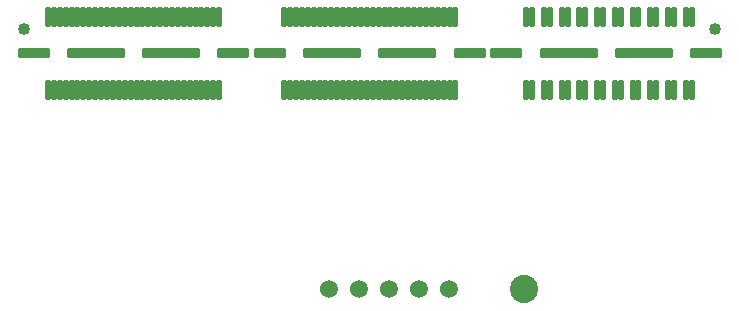
<source format=gbr>
%TF.GenerationSoftware,KiCad,Pcbnew,9.0.6*%
%TF.CreationDate,2026-01-21T19:17:09+09:00*%
%TF.ProjectId,mictorHSMC,6d696374-6f72-4485-934d-432e6b696361,rev?*%
%TF.SameCoordinates,Original*%
%TF.FileFunction,Soldermask,Bot*%
%TF.FilePolarity,Negative*%
%FSLAX46Y46*%
G04 Gerber Fmt 4.6, Leading zero omitted, Abs format (unit mm)*
G04 Created by KiCad (PCBNEW 9.0.6) date 2026-01-21 19:17:09*
%MOMM*%
%LPD*%
G01*
G04 APERTURE LIST*
G04 Aperture macros list*
%AMRoundRect*
0 Rectangle with rounded corners*
0 $1 Rounding radius*
0 $2 $3 $4 $5 $6 $7 $8 $9 X,Y pos of 4 corners*
0 Add a 4 corners polygon primitive as box body*
4,1,4,$2,$3,$4,$5,$6,$7,$8,$9,$2,$3,0*
0 Add four circle primitives for the rounded corners*
1,1,$1+$1,$2,$3*
1,1,$1+$1,$4,$5*
1,1,$1+$1,$6,$7*
1,1,$1+$1,$8,$9*
0 Add four rect primitives between the rounded corners*
20,1,$1+$1,$2,$3,$4,$5,0*
20,1,$1+$1,$4,$5,$6,$7,0*
20,1,$1+$1,$6,$7,$8,$9,0*
20,1,$1+$1,$8,$9,$2,$3,0*%
G04 Aperture macros list end*
%ADD10RoundRect,0.102000X0.150000X0.725000X-0.150000X0.725000X-0.150000X-0.725000X0.150000X-0.725000X0*%
%ADD11C,1.020000*%
%ADD12RoundRect,0.102000X2.350000X0.320000X-2.350000X0.320000X-2.350000X-0.320000X2.350000X-0.320000X0*%
%ADD13RoundRect,0.102000X1.270000X0.320000X-1.270000X0.320000X-1.270000X-0.320000X1.270000X-0.320000X0*%
%ADD14C,2.390000*%
%ADD15C,1.522000*%
G04 APERTURE END LIST*
D10*
%TO.C,J2*%
X185695000Y-86910000D03*
X185695000Y-93090000D03*
X185195000Y-86910000D03*
X185195000Y-93090000D03*
X184195000Y-86910000D03*
X184195000Y-93090000D03*
X183695000Y-86910000D03*
X183695000Y-93090000D03*
X182695000Y-86910000D03*
X182695000Y-93090000D03*
X182195000Y-86910000D03*
X182195000Y-93090000D03*
X181195000Y-86910000D03*
X181195000Y-93090000D03*
X180695000Y-86910000D03*
X180695000Y-93090000D03*
X179695000Y-86910000D03*
X179695000Y-93090000D03*
X179195000Y-86910000D03*
X179195000Y-93090000D03*
X178195000Y-86910000D03*
X178195000Y-93090000D03*
X177695000Y-86910000D03*
X177695000Y-93090000D03*
X176695000Y-86910000D03*
X176695000Y-93090000D03*
X176195000Y-86910000D03*
X176195000Y-93090000D03*
X175195000Y-86910000D03*
X175195000Y-93090000D03*
X174695000Y-86910000D03*
X174695000Y-93090000D03*
X173695000Y-86910000D03*
X173695000Y-93090000D03*
X173195000Y-86910000D03*
X173195000Y-93090000D03*
X172195000Y-86910000D03*
X172195000Y-93090000D03*
X171695000Y-86910000D03*
X171695000Y-93090000D03*
X165695000Y-86910000D03*
X165695000Y-93090000D03*
X165195000Y-86910000D03*
X165195000Y-93090000D03*
X164695000Y-86910000D03*
X164695000Y-93090000D03*
X164195000Y-86910000D03*
X164195000Y-93090000D03*
X163695000Y-86910000D03*
X163695000Y-93090000D03*
X163195000Y-86910000D03*
X163195000Y-93090000D03*
X162695000Y-86910000D03*
X162695000Y-93090000D03*
X162195000Y-86910000D03*
X162195000Y-93090000D03*
X161695000Y-86910000D03*
X161695000Y-93090000D03*
X161195000Y-86910000D03*
X161195000Y-93090000D03*
X160695000Y-86910000D03*
X160695000Y-93090000D03*
X160195000Y-86910000D03*
X160195000Y-93090000D03*
X159695000Y-86910000D03*
X159695000Y-93090000D03*
X159195000Y-86910000D03*
X159195000Y-93090000D03*
X158695000Y-86910000D03*
X158695000Y-93090000D03*
X158195000Y-86910000D03*
X158195000Y-93090000D03*
X157695000Y-86910000D03*
X157695000Y-93090000D03*
X157195000Y-86910000D03*
X157195000Y-93090000D03*
X156695000Y-86910000D03*
X156695000Y-93090000D03*
X156195000Y-86910000D03*
X156195000Y-93090000D03*
X155695000Y-86910000D03*
X155695000Y-93090000D03*
X155195000Y-86910000D03*
X155195000Y-93090000D03*
X154695000Y-86910000D03*
X154695000Y-93090000D03*
X154195000Y-86910000D03*
X154195000Y-93090000D03*
X153695000Y-86910000D03*
X153695000Y-93090000D03*
X153195000Y-86910000D03*
X153195000Y-93090000D03*
X152695000Y-86910000D03*
X152695000Y-93090000D03*
X152195000Y-86910000D03*
X152195000Y-93090000D03*
X151695000Y-86910000D03*
X151695000Y-93090000D03*
X151195000Y-86910000D03*
X151195000Y-93090000D03*
X145695000Y-86910000D03*
X145695000Y-93090000D03*
X145195000Y-86910000D03*
X145195000Y-93090000D03*
X144695000Y-86910000D03*
X144695000Y-93090000D03*
X144195000Y-86910000D03*
X144195000Y-93090000D03*
X143695000Y-86910000D03*
X143695000Y-93090000D03*
X143195000Y-86910000D03*
X143195000Y-93090000D03*
X142695000Y-86910000D03*
X142695000Y-93090000D03*
X142195000Y-86910000D03*
X142195000Y-93090000D03*
X141695000Y-86910000D03*
X141695000Y-93090000D03*
X141195000Y-86910000D03*
X141195000Y-93090000D03*
X140695000Y-86910000D03*
X140695000Y-93090000D03*
X140195000Y-86910000D03*
X140195000Y-93090000D03*
X139695000Y-86910000D03*
X139695000Y-93090000D03*
X139195000Y-86910000D03*
X139195000Y-93090000D03*
X138695000Y-86910000D03*
X138695000Y-93090000D03*
X138195000Y-86910000D03*
X138195000Y-93090000D03*
X137695000Y-86910000D03*
X137695000Y-93090000D03*
X137195000Y-86910000D03*
X137195000Y-93090000D03*
X136695000Y-86910000D03*
X136695000Y-93090000D03*
X136195000Y-86910000D03*
X136195000Y-93090000D03*
X135695000Y-86910000D03*
X135695000Y-93090000D03*
X135195000Y-86910000D03*
X135195000Y-93090000D03*
X134695000Y-86910000D03*
X134695000Y-93090000D03*
X134195000Y-86910000D03*
X134195000Y-93090000D03*
X133695000Y-86910000D03*
X133695000Y-93090000D03*
X133195000Y-86910000D03*
X133195000Y-93090000D03*
X132695000Y-86910000D03*
X132695000Y-93090000D03*
X132195000Y-86910000D03*
X132195000Y-93090000D03*
X131695000Y-86910000D03*
X131695000Y-93090000D03*
X131195000Y-86910000D03*
X131195000Y-93090000D03*
D11*
X187685000Y-87970000D03*
X129205000Y-87970000D03*
D12*
X161620000Y-90000000D03*
X155270000Y-90000000D03*
D13*
X166890000Y-90000000D03*
X170000000Y-90000000D03*
X150000000Y-90000000D03*
D12*
X175270000Y-90000000D03*
X181620000Y-90000000D03*
D13*
X186890000Y-90000000D03*
X146890000Y-90000000D03*
D12*
X141620000Y-90000000D03*
X135270000Y-90000000D03*
D13*
X130000000Y-90000000D03*
%TD*%
D14*
%TO.C,J1*%
X171510000Y-110000000D03*
D15*
X165160000Y-110000000D03*
X162620000Y-110000000D03*
X160080000Y-110000000D03*
X157540000Y-110000000D03*
X155000000Y-110000000D03*
%TD*%
M02*

</source>
